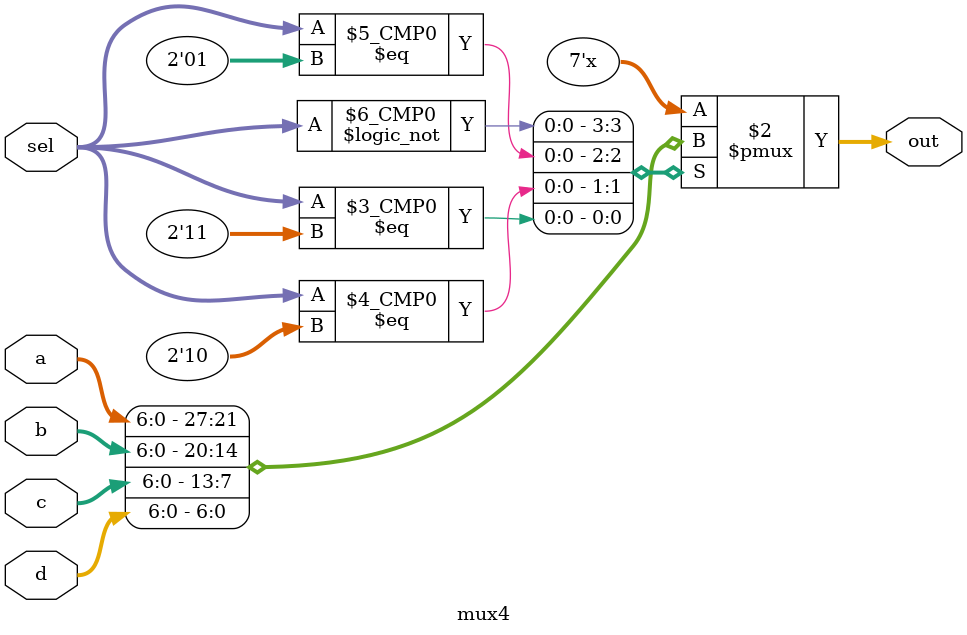
<source format=v>
module program_counter(input[6:0] a,b,c,d, input[1:0] sel, input reset,clk, output[6:0] pc);

wire[6:0] temp;
mux4 #(7) m(a,b,c,d,sel, temp);

pcq p(pc, temp,reset,clk);

endmodule


module pcq(output reg[6:0] pc, input[6:0] in,input reset,clk);


always@(posedge clk)
	if(reset)
	pc = 7'd0;
	else
	pc = in;
endmodule

module mux4#(parameter size = 7)(input[size-1:0] a,b,c,d, input [1:0] sel, output reg[size-1:0] out);

always@(a,b,c,d,sel)
case(sel)
0: out =a;
1: out = b;
2: out = c;
3: out = d;
endcase
endmodule


</source>
